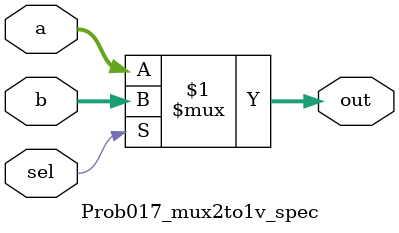
<source format=v>
module Prob017_mux2to1v_spec(input [99:0] a, input [99:0] b, input [0:0] sel, output [99:0] out);
    assign out = sel ? b : a;
endmodule

</source>
